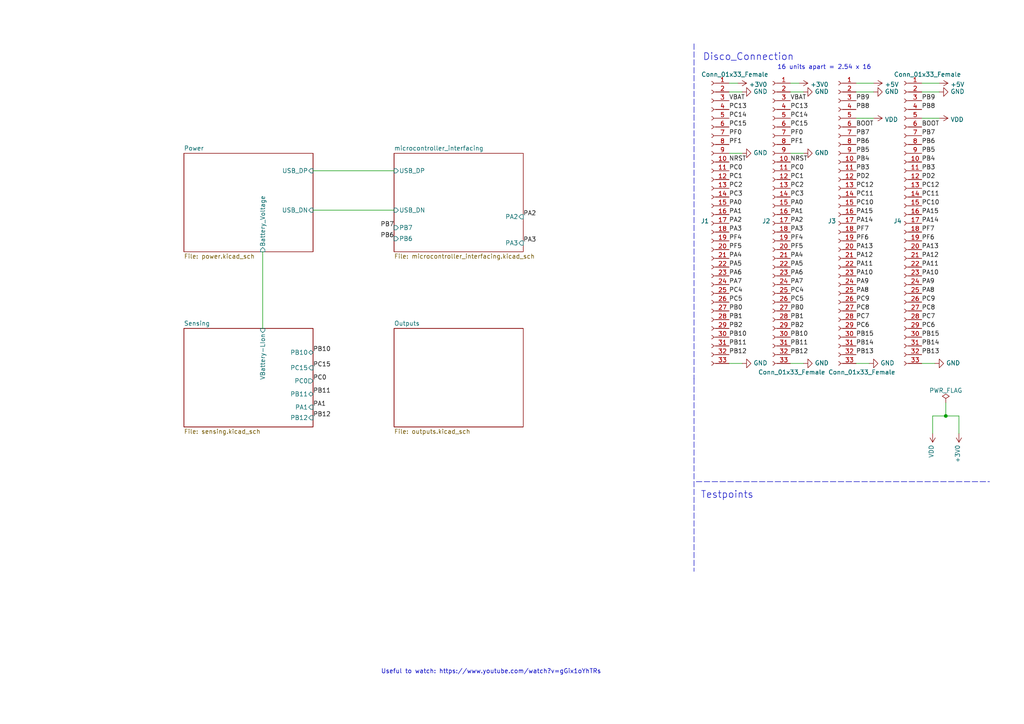
<source format=kicad_sch>
(kicad_sch (version 20211123) (generator eeschema)
  (paper "A4")
  (title_block (title "EEE3088F Template") (date "2022-04-12") (rev "v1.05") (company "University of Cape Town") (comment 3 "@Checked By: ") (comment 4 "@Authors: Ethan Morris; Ethan Meknassi; Moutloatsi Setlogelo"))
  (lib_symbols
    (symbol "Connector:Conn_01x33_Female" (pin_names (offset 1.016) hide)
      (property "Reference" "J" (at 0 43.18 0))
      (property "Value" "Conn_01x33_Female" (at 0 -43.18 0))
      (symbol "Conn_01x33_Female_1_1"
        (arc (start 0 -40.132) (mid -0.508 -40.64) (end 0 -41.148) (stroke (width 0.1524)))
        (arc (start 0 -37.592) (mid -0.508 -38.1) (end 0 -38.608) (stroke (width 0.1524)))
        (arc (start 0 -35.052) (mid -0.508 -35.56) (end 0 -36.068) (stroke (width 0.1524)))
        (arc (start 0 -32.512) (mid -0.508 -33.02) (end 0 -33.528) (stroke (width 0.1524)))
        (arc (start 0 -29.972) (mid -0.508 -30.48) (end 0 -30.988) (stroke (width 0.1524)))
        (arc (start 0 -27.432) (mid -0.508 -27.94) (end 0 -28.448) (stroke (width 0.1524)))
        (arc (start 0 -24.892) (mid -0.508 -25.4) (end 0 -25.908) (stroke (width 0.1524)))
        (arc (start 0 -22.352) (mid -0.508 -22.86) (end 0 -23.368) (stroke (width 0.1524)))
        (arc (start 0 -19.812) (mid -0.508 -20.32) (end 0 -20.828) (stroke (width 0.1524)))
        (arc (start 0 -17.272) (mid -0.508 -17.78) (end 0 -18.288) (stroke (width 0.1524)))
        (arc (start 0 -14.732) (mid -0.508 -15.24) (end 0 -15.748) (stroke (width 0.1524)))
        (arc (start 0 -12.192) (mid -0.508 -12.7) (end 0 -13.208) (stroke (width 0.1524)))
        (arc (start 0 -9.652) (mid -0.508 -10.16) (end 0 -10.668) (stroke (width 0.1524)))
        (arc (start 0 -7.112) (mid -0.508 -7.62) (end 0 -8.128) (stroke (width 0.1524)))
        (arc (start 0 -4.572) (mid -0.508 -5.08) (end 0 -5.588) (stroke (width 0.1524)))
        (arc (start 0 -2.032) (mid -0.508 -2.54) (end 0 -3.048) (stroke (width 0.1524)))
        (polyline (pts (xy -1.27 -40.64) (xy -0.508 -40.64)) (stroke (width 0.1524)))
        (polyline (pts (xy -1.27 -38.1) (xy -0.508 -38.1)) (stroke (width 0.1524)))
        (polyline (pts (xy -1.27 -35.56) (xy -0.508 -35.56)) (stroke (width 0.1524)))
        (polyline (pts (xy -1.27 -33.02) (xy -0.508 -33.02)) (stroke (width 0.1524)))
        (polyline (pts (xy -1.27 -30.48) (xy -0.508 -30.48)) (stroke (width 0.1524)))
        (polyline (pts (xy -1.27 -27.94) (xy -0.508 -27.94)) (stroke (width 0.1524)))
        (polyline (pts (xy -1.27 -25.4) (xy -0.508 -25.4)) (stroke (width 0.1524)))
        (polyline (pts (xy -1.27 -22.86) (xy -0.508 -22.86)) (stroke (width 0.1524)))
        (polyline (pts (xy -1.27 -20.32) (xy -0.508 -20.32)) (stroke (width 0.1524)))
        (polyline (pts (xy -1.27 -17.78) (xy -0.508 -17.78)) (stroke (width 0.1524)))
        (polyline (pts (xy -1.27 -15.24) (xy -0.508 -15.24)) (stroke (width 0.1524)))
        (polyline (pts (xy -1.27 -12.7) (xy -0.508 -12.7)) (stroke (width 0.1524)))
        (polyline (pts (xy -1.27 -10.16) (xy -0.508 -10.16)) (stroke (width 0.1524)))
        (polyline (pts (xy -1.27 -7.62) (xy -0.508 -7.62)) (stroke (width 0.1524)))
        (polyline (pts (xy -1.27 -5.08) (xy -0.508 -5.08)) (stroke (width 0.1524)))
        (polyline (pts (xy -1.27 -2.54) (xy -0.508 -2.54)) (stroke (width 0.1524)))
        (polyline (pts (xy -1.27 0) (xy -0.508 0)) (stroke (width 0.1524)))
        (polyline (pts (xy -1.27 2.54) (xy -0.508 2.54)) (stroke (width 0.1524)))
        (polyline (pts (xy -1.27 5.08) (xy -0.508 5.08)) (stroke (width 0.1524)))
        (polyline (pts (xy -1.27 7.62) (xy -0.508 7.62)) (stroke (width 0.1524)))
        (polyline (pts (xy -1.27 10.16) (xy -0.508 10.16)) (stroke (width 0.1524)))
        (polyline (pts (xy -1.27 12.7) (xy -0.508 12.7)) (stroke (width 0.1524)))
        (polyline (pts (xy -1.27 15.24) (xy -0.508 15.24)) (stroke (width 0.1524)))
        (polyline (pts (xy -1.27 17.78) (xy -0.508 17.78)) (stroke (width 0.1524)))
        (polyline (pts (xy -1.27 20.32) (xy -0.508 20.32)) (stroke (width 0.1524)))
        (polyline (pts (xy -1.27 22.86) (xy -0.508 22.86)) (stroke (width 0.1524)))
        (polyline (pts (xy -1.27 25.4) (xy -0.508 25.4)) (stroke (width 0.1524)))
        (polyline (pts (xy -1.27 27.94) (xy -0.508 27.94)) (stroke (width 0.1524)))
        (polyline (pts (xy -1.27 30.48) (xy -0.508 30.48)) (stroke (width 0.1524)))
        (polyline (pts (xy -1.27 33.02) (xy -0.508 33.02)) (stroke (width 0.1524)))
        (polyline (pts (xy -1.27 35.56) (xy -0.508 35.56)) (stroke (width 0.1524)))
        (polyline (pts (xy -1.27 38.1) (xy -0.508 38.1)) (stroke (width 0.1524)))
        (polyline (pts (xy -1.27 40.64) (xy -0.508 40.64)) (stroke (width 0.1524)))
        (arc (start 0 0.508) (mid -0.508 0) (end 0 -0.508) (stroke (width 0.1524)))
        (arc (start 0 3.048) (mid -0.508 2.54) (end 0 2.032) (stroke (width 0.1524)))
        (arc (start 0 5.588) (mid -0.508 5.08) (end 0 4.572) (stroke (width 0.1524)))
        (arc (start 0 8.128) (mid -0.508 7.62) (end 0 7.112) (stroke (width 0.1524)))
        (arc (start 0 10.668) (mid -0.508 10.16) (end 0 9.652) (stroke (width 0.1524)))
        (arc (start 0 13.208) (mid -0.508 12.7) (end 0 12.192) (stroke (width 0.1524)))
        (arc (start 0 15.748) (mid -0.508 15.24) (end 0 14.732) (stroke (width 0.1524)))
        (arc (start 0 18.288) (mid -0.508 17.78) (end 0 17.272) (stroke (width 0.1524)))
        (arc (start 0 20.828) (mid -0.508 20.32) (end 0 19.812) (stroke (width 0.1524)))
        (arc (start 0 23.368) (mid -0.508 22.86) (end 0 22.352) (stroke (width 0.1524)))
        (arc (start 0 25.908) (mid -0.508 25.4) (end 0 24.892) (stroke (width 0.1524)))
        (arc (start 0 28.448) (mid -0.508 27.94) (end 0 27.432) (stroke (width 0.1524)))
        (arc (start 0 30.988) (mid -0.508 30.48) (end 0 29.972) (stroke (width 0.1524)))
        (arc (start 0 33.528) (mid -0.508 33.02) (end 0 32.512) (stroke (width 0.1524)))
        (arc (start 0 36.068) (mid -0.508 35.56) (end 0 35.052) (stroke (width 0.1524)))
        (arc (start 0 38.608) (mid -0.508 38.1) (end 0 37.592) (stroke (width 0.1524)))
        (arc (start 0 41.148) (mid -0.508 40.64) (end 0 40.132) (stroke (width 0.1524)))
        (pin passive line (at -5.08 40.64 0) (length 3.81) (name "Pin_1") (number "1"))
        (pin passive line (at -5.08 17.78 0) (length 3.81) (name "Pin_10") (number "10"))
        (pin passive line (at -5.08 15.24 0) (length 3.81) (name "Pin_11") (number "11"))
        (pin passive line (at -5.08 12.7 0) (length 3.81) (name "Pin_12") (number "12"))
        (pin passive line (at -5.08 10.16 0) (length 3.81) (name "Pin_13") (number "13"))
        (pin passive line (at -5.08 7.62 0) (length 3.81) (name "Pin_14") (number "14"))
        (pin passive line (at -5.08 5.08 0) (length 3.81) (name "Pin_15") (number "15"))
        (pin passive line (at -5.08 2.54 0) (length 3.81) (name "Pin_16") (number "16"))
        (pin passive line (at -5.08 0 0) (length 3.81) (name "Pin_17") (number "17"))
        (pin passive line (at -5.08 -2.54 0) (length 3.81) (name "Pin_18") (number "18"))
        (pin passive line (at -5.08 -5.08 0) (length 3.81) (name "Pin_19") (number "19"))
        (pin passive line (at -5.08 38.1 0) (length 3.81) (name "Pin_2") (number "2"))
        (pin passive line (at -5.08 -7.62 0) (length 3.81) (name "Pin_20") (number "20"))
        (pin passive line (at -5.08 -10.16 0) (length 3.81) (name "Pin_21") (number "21"))
        (pin passive line (at -5.08 -12.7 0) (length 3.81) (name "Pin_22") (number "22"))
        (pin passive line (at -5.08 -15.24 0) (length 3.81) (name "Pin_23") (number "23"))
        (pin passive line (at -5.08 -17.78 0) (length 3.81) (name "Pin_24") (number "24"))
        (pin passive line (at -5.08 -20.32 0) (length 3.81) (name "Pin_25") (number "25"))
        (pin passive line (at -5.08 -22.86 0) (length 3.81) (name "Pin_26") (number "26"))
        (pin passive line (at -5.08 -25.4 0) (length 3.81) (name "Pin_27") (number "27"))
        (pin passive line (at -5.08 -27.94 0) (length 3.81) (name "Pin_28") (number "28"))
        (pin passive line (at -5.08 -30.48 0) (length 3.81) (name "Pin_29") (number "29"))
        (pin passive line (at -5.08 35.56 0) (length 3.81) (name "Pin_3") (number "3"))
        (pin passive line (at -5.08 -33.02 0) (length 3.81) (name "Pin_30") (number "30"))
        (pin passive line (at -5.08 -35.56 0) (length 3.81) (name "Pin_31") (number "31"))
        (pin passive line (at -5.08 -38.1 0) (length 3.81) (name "Pin_32") (number "32"))
        (pin passive line (at -5.08 -40.64 0) (length 3.81) (name "Pin_33") (number "33"))
        (pin passive line (at -5.08 33.02 0) (length 3.81) (name "Pin_4") (number "4"))
        (pin passive line (at -5.08 30.48 0) (length 3.81) (name "Pin_5") (number "5"))
        (pin passive line (at -5.08 27.94 0) (length 3.81) (name "Pin_6") (number "6"))
        (pin passive line (at -5.08 25.4 0) (length 3.81) (name "Pin_7") (number "7"))
        (pin passive line (at -5.08 22.86 0) (length 3.81) (name "Pin_8") (number "8"))
        (pin passive line (at -5.08 20.32 0) (length 3.81) (name "Pin_9") (number "9"))
      )
    )
    (symbol "power:+3V0" (power) (pin_names (offset 0))
      (property "Value" "+3V0" (at 0 3.556 0))
      (symbol "+3V0_0_1"
        (polyline (pts (xy -0.762 1.27) (xy 0 2.54)))
        (polyline (pts (xy 0 0) (xy 0 2.54)))
        (polyline (pts (xy 0 2.54) (xy 0.762 1.27)))
      )
      (symbol "+3V0_1_1"
        (pin power_in line (at 0 0 90) (length 0) hide (name "+3V0") (number "1"))
      )
    )
    (symbol "power:+5V" (power) (pin_names (offset 0))
      (property "Value" "+5V" (at 0 3.556 0))
      (symbol "+5V_0_1"
        (polyline (pts (xy -0.762 1.27) (xy 0 2.54)))
        (polyline (pts (xy 0 0) (xy 0 2.54)))
        (polyline (pts (xy 0 2.54) (xy 0.762 1.27)))
      )
      (symbol "+5V_1_1"
        (pin power_in line (at 0 0 90) (length 0) hide (name "+5V") (number "1"))
      )
    )
    (symbol "power:GND" (power) (pin_names (offset 0))
      (property "Value" "GND" (at 0 -3.81 0))
      (symbol "GND_0_1"
        (polyline (pts (xy 0 0) (xy 0 -1.27) (xy 1.27 -1.27) (xy 0 -2.54) (xy -1.27 -1.27) (xy 0 -1.27)))
      )
      (symbol "GND_1_1"
        (pin power_in line (at 0 0 270) (length 0) hide (name "GND") (number "1"))
      )
    )
    (symbol "power:PWR_FLAG" (power) (pin_numbers hide) (pin_names (offset 0) hide)
      (property "Value" "PWR_FLAG" (at 0 3.81 0))
      (symbol "PWR_FLAG_0_0"
        (pin power_out line (at 0 0 90) (length 0) (name "pwr") (number "1"))
      )
      (symbol "PWR_FLAG_0_1"
        (polyline (pts (xy 0 0) (xy 0 1.27) (xy -1.016 1.905) (xy 0 2.54) (xy 1.016 1.905) (xy 0 1.27)))
      )
    )
    (symbol "power:VDD" (power) (pin_names (offset 0))
      (property "Value" "VDD" (at 0 3.81 0))
      (symbol "VDD_0_1"
        (polyline (pts (xy -0.762 1.27) (xy 0 2.54)))
        (polyline (pts (xy 0 0) (xy 0 2.54)))
        (polyline (pts (xy 0 2.54) (xy 0.762 1.27)))
      )
      (symbol "VDD_1_1"
        (pin power_in line (at 0 0 90) (length 0) hide (name "VDD") (number "1"))
      )
    )
  )
  (junction (at 274.32 120.65))
  (wire (pts (xy 270.51 125.73) (xy 270.51 120.65)))
  (wire (pts (xy 211.455 44.45) (xy 215.265 44.45)))
  (wire (pts (xy 270.51 120.65) (xy 274.32 120.65)))
  (wire (pts (xy 274.32 116.84) (xy 274.32 120.65)))
  (polyline (pts (xy 201.295 12.7) (xy 201.295 109.855)))
  (wire (pts (xy 278.13 125.73) (xy 278.13 120.65)))
  (wire (pts (xy 248.285 26.67) (xy 253.365 26.67)))
  (wire (pts (xy 229.235 24.13) (xy 231.775 24.13)))
  (polyline (pts (xy 201.295 109.855) (xy 201.295 165.735)))
  (wire (pts (xy 278.13 120.65) (xy 274.32 120.65)))
  (wire (pts (xy 248.285 34.29) (xy 253.365 34.29)))
  (wire (pts (xy 90.805 49.53) (xy 114.3 49.53)))
  (wire (pts (xy 253.365 24.13) (xy 248.285 24.13)))
  (wire (pts (xy 211.455 24.13) (xy 213.995 24.13)))
  (wire (pts (xy 233.045 105.41) (xy 229.235 105.41)))
  (wire (pts (xy 229.235 26.67) (xy 233.045 26.67)))
  (wire (pts (xy 229.235 44.45) (xy 233.045 44.45)))
  (wire (pts (xy 76.2 73.025) (xy 76.2 95.25)))
  (wire (pts (xy 272.415 24.13) (xy 267.335 24.13)))
  (polyline (pts (xy 201.93 139.7) (xy 287.02 139.7)))
  (wire (pts (xy 211.455 26.67) (xy 215.265 26.67)))
  (wire (pts (xy 90.805 60.96) (xy 114.3 60.96)))
  (wire (pts (xy 248.285 105.41) (xy 252.095 105.41)))
  (wire (pts (xy 267.335 105.41) (xy 271.145 105.41)))
  (wire (pts (xy 267.335 26.67) (xy 272.415 26.67)))
  (wire (pts (xy 215.265 105.41) (xy 211.455 105.41)))
  (wire (pts (xy 267.335 34.29) (xy 272.415 34.29)))
  (text "Useful to watch: https://www.youtube.com/watch?v=gGix1oYhTRs" (at 110.49 195.58 0) (effects (font (size 1.27 1.27)) (justify left bottom)))
  (text "16 units apart = 2.54 x 16" (at 225.425 20.32 0) (effects (font (size 1.27 1.27)) (justify left bottom)))
  (text "Disco_Connection" (at 203.835 17.78 0) (effects (font (size 2.0066 2.0066)) (justify left bottom)))
  (text "Testpoints" (at 203.2 144.78 0) (effects (font (size 2.0066 2.0066)) (justify left bottom)))
  (label "PC14" (at 211.455 34.29 0))
  (label "PC11" (at 248.285 57.15 0))
  (label "PB2" (at 211.455 95.25 0))
  (label "PA3" (at 151.765 70.485 0))
  (label "PB6" (at 248.285 41.91 0))
  (label "PB6" (at 114.3 69.215 180))
  (label "PB14" (at 267.335 100.33 0))
  (label "PA15" (at 267.335 62.23 0))
  (label "PB14" (at 248.285 100.33 0))
  (label "PA11" (at 267.335 77.47 0))
  (label "PC7" (at 248.285 92.71 0))
  (label "PB6" (at 267.335 41.91 0))
  (label "PA8" (at 267.335 85.09 0))
  (label "PC9" (at 248.285 87.63 0))
  (label "PB15" (at 267.335 97.79 0))
  (label "PC11" (at 267.335 57.15 0))
  (label "PC1" (at 211.455 52.07 0))
  (label "PA1" (at 229.235 62.23 0))
  (label "PF7" (at 267.335 67.31 0))
  (label "PC0" (at 229.235 49.53 0))
  (label "PB11" (at 90.805 114.3 0))
  (label "PF7" (at 248.285 67.31 0))
  (label "PA12" (at 267.335 74.93 0))
  (label "PC15" (at 211.455 36.83 0))
  (label "PC1" (at 229.235 52.07 0))
  (label "PC13" (at 229.235 31.75 0))
  (label "VBAT" (at 229.235 29.21 0))
  (label "PC6" (at 267.335 95.25 0))
  (label "PA4" (at 211.455 74.93 0))
  (label "BOOT" (at 248.285 36.83 0))
  (label "PB5" (at 248.285 44.45 0))
  (label "PC8" (at 267.335 90.17 0))
  (label "PB7" (at 267.335 39.37 0))
  (label "PA13" (at 267.335 72.39 0))
  (label "PD2" (at 248.285 52.07 0))
  (label "PA2" (at 151.765 62.865 0))
  (label "PC12" (at 248.285 54.61 0))
  (label "PC0" (at 90.805 110.49 0))
  (label "PC10" (at 248.285 59.69 0))
  (label "PB1" (at 211.455 92.71 0))
  (label "PB9" (at 267.335 29.21 0))
  (label "PA2" (at 229.235 64.77 0))
  (label "PA10" (at 267.335 80.01 0))
  (label "PB5" (at 267.335 44.45 0))
  (label "PF5" (at 211.455 72.39 0))
  (label "PB13" (at 248.285 102.87 0))
  (label "PC4" (at 229.235 85.09 0))
  (label "PC15" (at 229.235 36.83 0))
  (label "PA1" (at 90.805 118.11 0))
  (label "PB1" (at 229.235 92.71 0))
  (label "PA5" (at 229.235 77.47 0))
  (label "PC0" (at 211.455 49.53 0))
  (label "PB7" (at 248.285 39.37 0))
  (label "PB0" (at 229.235 90.17 0))
  (label "PA5" (at 211.455 77.47 0))
  (label "PC8" (at 248.285 90.17 0))
  (label "PA3" (at 229.235 67.31 0))
  (label "PA10" (at 248.285 80.01 0))
  (label "PB12" (at 211.455 102.87 0))
  (label "PB10" (at 211.455 97.79 0))
  (label "PB3" (at 267.335 49.53 0))
  (label "PA14" (at 248.285 64.77 0))
  (label "VBAT" (at 211.455 29.21 0))
  (label "PB7" (at 114.3 66.04 180))
  (label "PC6" (at 248.285 95.25 0))
  (label "PA7" (at 229.235 82.55 0))
  (label "PA3" (at 211.455 67.31 0))
  (label "PB11" (at 211.455 100.33 0))
  (label "PC4" (at 211.455 85.09 0))
  (label "PC14" (at 229.235 34.29 0))
  (label "PC2" (at 229.235 54.61 0))
  (label "PF4" (at 229.235 69.85 0))
  (label "PB2" (at 229.235 95.25 0))
  (label "PF0" (at 211.455 39.37 0))
  (label "PA2" (at 211.455 64.77 0))
  (label "PA12" (at 248.285 74.93 0))
  (label "PC5" (at 229.235 87.63 0))
  (label "PA6" (at 229.235 80.01 0))
  (label "PC13" (at 211.455 31.75 0))
  (label "PB13" (at 267.335 102.87 0))
  (label "NRST" (at 229.235 46.99 0))
  (label "PB4" (at 267.335 46.99 0))
  (label "PA6" (at 211.455 80.01 0))
  (label "PF1" (at 229.235 41.91 0))
  (label "BOOT" (at 267.335 36.83 0))
  (label "PB12" (at 90.805 121.158 0))
  (label "PA4" (at 229.235 74.93 0))
  (label "PB15" (at 248.285 97.79 0))
  (label "PB4" (at 248.285 46.99 0))
  (label "PF0" (at 229.235 39.37 0))
  (label "PB8" (at 267.335 31.75 0))
  (label "PC5" (at 211.455 87.63 0))
  (label "PA0" (at 211.455 59.69 0))
  (label "PB11" (at 229.235 100.33 0))
  (label "PC12" (at 267.335 54.61 0))
  (label "PC7" (at 267.335 92.71 0))
  (label "PF5" (at 229.235 72.39 0))
  (label "PC15" (at 90.805 106.68 0))
  (label "PB10" (at 90.805 102.235 0))
  (label "PA0" (at 229.235 59.69 0))
  (label "PC3" (at 211.455 57.15 0))
  (label "PA14" (at 267.335 64.77 0))
  (label "PF6" (at 267.335 69.85 0))
  (label "PF6" (at 248.285 69.85 0))
  (label "PA11" (at 248.285 77.47 0))
  (label "PF1" (at 211.455 41.91 0))
  (label "PA15" (at 248.285 62.23 0))
  (label "PD2" (at 267.335 52.07 0))
  (label "PB8" (at 248.285 31.75 0))
  (label "PB10" (at 229.235 97.79 0))
  (label "PA7" (at 211.455 82.55 0))
  (label "PA9" (at 248.285 82.55 0))
  (label "PB9" (at 248.285 29.21 0))
  (label "PA9" (at 267.335 82.55 0))
  (label "PB12" (at 229.235 102.87 0))
  (label "PC10" (at 267.335 59.69 0))
  (label "PA1" (at 211.455 62.23 0))
  (label "PA13" (at 248.285 72.39 0))
  (label "PC2" (at 211.455 54.61 0))
  (label "PB3" (at 248.285 49.53 0))
  (label "PA8" (at 248.285 85.09 0))
  (label "PF4" (at 211.455 69.85 0))
  (label "PB0" (at 211.455 90.17 0))
  (label "NRST" (at 211.455 46.99 0))
  (label "PC3" (at 229.235 57.15 0))
  (label "PC9" (at 267.335 87.63 0))
  (symbol (lib_id "power:GND") (at 233.045 105.41 90) (unit 1)
    (property "Reference" "#PWR08" (effects hide))
    (property "Value" "GND" (at 236.2962 105.283 90) (effects (justify right)))
  )
  (symbol (lib_id "power:GND") (at 233.045 44.45 90) (unit 1)
    (property "Reference" "#PWR07" (effects hide))
    (property "Value" "GND" (at 236.2962 44.323 90) (effects (justify right)))
  )
  (symbol (lib_id "power:+3V0") (at 278.13 125.73 180) (unit 1)
    (property "Reference" "#PWR018" (effects hide))
    (property "Value" "+3V0" (at 277.749 128.9812 90) (effects (justify left)))
  )
  (symbol (lib_id "power:GND") (at 233.045 26.67 90) (unit 1)
    (property "Reference" "#PWR06" (effects hide))
    (property "Value" "GND" (at 236.2962 26.543 90) (effects (justify right)))
  )
  (symbol (lib_id "power:GND") (at 252.095 105.41 90) (unit 1)
    (property "Reference" "#PWR09" (effects hide))
    (property "Value" "GND" (at 255.3462 105.283 90) (effects (justify right)))
  )
  (symbol (lib_id "Connector:Conn_01x33_Female") (at 262.255 64.77 0) (mirror y) (unit 1)
    (property "Reference" "J4" (at 261.5438 64.1096 0) (effects (justify left)))
    (property "Value" "Conn_01x33_Female" (at 278.765 21.59 0) (effects (justify left)))
    (property "Footprint" "Connector_PinHeader_2.54mm:PinHeader_1x33_P2.54mm_Vertical" (effects hide))
    (property "Populate" "DNP" (effects hide))
    (property "Price" "0" (effects hide))
  )
  (symbol (lib_id "power:GND") (at 215.265 105.41 90) (unit 1)
    (property "Reference" "#PWR04" (effects hide))
    (property "Value" "GND" (at 218.5162 105.283 90) (effects (justify right)))
  )
  (symbol (lib_id "power:GND") (at 215.265 44.45 90) (unit 1)
    (property "Reference" "#PWR03" (effects hide))
    (property "Value" "GND" (at 218.5162 44.323 90) (effects (justify right)))
  )
  (symbol (lib_id "power:GND") (at 253.365 26.67 90) (unit 1)
    (property "Reference" "#PWR011" (effects hide))
    (property "Value" "GND" (at 256.6162 26.543 90) (effects (justify right)))
  )
  (symbol (lib_id "power:+5V") (at 253.365 24.13 270) (unit 1)
    (property "Reference" "#PWR010" (effects hide))
    (property "Value" "+5V" (at 256.6162 24.511 90) (effects (justify left)))
  )
  (symbol (lib_id "power:GND") (at 272.415 26.67 90) (unit 1)
    (property "Reference" "#PWR016" (effects hide))
    (property "Value" "GND" (at 275.6662 26.543 90) (effects (justify right)))
  )
  (symbol (lib_id "power:VDD") (at 270.51 125.73 180) (unit 1)
    (property "Reference" "#PWR013" (effects hide))
    (property "Value" "VDD" (at 270.129 128.9812 90) (effects (justify left)))
  )
  (symbol (lib_id "power:GND") (at 271.145 105.41 90) (unit 1)
    (property "Reference" "#PWR014" (effects hide))
    (property "Value" "GND" (at 274.3962 105.283 90) (effects (justify right)))
  )
  (symbol (lib_id "power:GND") (at 215.265 26.67 90) (unit 1)
    (property "Reference" "#PWR02" (effects hide))
    (property "Value" "GND" (at 218.5162 26.543 90) (effects (justify right)))
  )
  (symbol (lib_id "Connector:Conn_01x33_Female") (at 224.155 64.77 0) (mirror y) (unit 1)
    (property "Reference" "J2" (at 223.4438 64.1096 0) (effects (justify left)))
    (property "Value" "Conn_01x33_Female" (at 239.395 107.95 0) (effects (justify left)))
    (property "Footprint" "Connector_PinSocket_2.54mm:PinSocket_1x33_P2.54mm_Vertical" (effects hide))
    (property "Populate" "DNP" (effects hide))
    (property "Price" "0" (effects hide))
  )
  (symbol (lib_id "power:PWR_FLAG") (at 274.32 116.84 0) (unit 1)
    (property "Reference" "#FLG01" (effects hide))
    (property "Value" "PWR_FLAG" (at 274.32 113.2642 0))
  )
  (symbol (lib_id "Connector:Conn_01x33_Female") (at 206.375 64.77 0) (mirror y) (unit 1)
    (property "Reference" "J1" (at 205.6638 64.1096 0) (effects (justify left)))
    (property "Value" "Conn_01x33_Female" (at 222.885 21.59 0) (effects (justify left)))
    (property "Footprint" "Connector_PinHeader_2.54mm:PinHeader_1x33_P2.54mm_Vertical" (effects hide))
    (property "Populate" "DNP" (effects hide))
    (property "Price" "0" (effects hide))
  )
  (symbol (lib_id "power:VDD") (at 253.365 34.29 270) (unit 1)
    (property "Reference" "#PWR012" (effects hide))
    (property "Value" "VDD" (at 256.6162 34.671 90) (effects (justify left)))
  )
  (symbol (lib_id "power:+5V") (at 272.415 24.13 270) (unit 1)
    (property "Reference" "#PWR015" (effects hide))
    (property "Value" "+5V" (at 275.6662 24.511 90) (effects (justify left)))
  )
  (symbol (lib_id "power:+3V0") (at 231.775 24.13 270) (unit 1)
    (property "Reference" "#PWR05" (effects hide))
    (property "Value" "+3V0" (at 235.0262 24.511 90) (effects (justify left)))
  )
  (symbol (lib_id "Connector:Conn_01x33_Female") (at 243.205 64.77 0) (mirror y) (unit 1)
    (property "Reference" "J3" (at 242.4938 64.1096 0) (effects (justify left)))
    (property "Value" "Conn_01x33_Female" (at 259.715 107.95 0) (effects (justify left)))
    (property "Footprint" "Connector_PinSocket_2.54mm:PinSocket_1x33_P2.54mm_Vertical" (effects hide))
    (property "Populate" "DNP" (effects hide))
    (property "Price" "0" (effects hide))
  )
  (symbol (lib_id "power:VDD") (at 272.415 34.29 270) (unit 1)
    (property "Reference" "#PWR017" (effects hide))
    (property "Value" "VDD" (at 275.6662 34.671 90) (effects (justify left)))
  )
  (symbol (lib_id "power:+3V0") (at 213.995 24.13 270) (unit 1)
    (property "Reference" "#PWR01" (effects hide))
    (property "Value" "+3V0" (at 217.2462 24.511 90) (effects (justify left)))
  )
  (sheet (at 114.3 44.45) (size 37.465 28.575) (stroke (width 0.1524))
    (property "Sheet name" "microcontroller_interfacing" (at 114.3 43.7384 0) (effects (justify left bottom)))
    (property "Sheet file" "microcontroller_interfacing.kicad_sch" (at 114.3 73.6096 0) (effects (justify left top)))
    (pin "USB_DP" input (at 114.3 49.53 180))
    (pin "USB_DN" input (at 114.3 60.96 180))
    (pin "PA2" input (at 151.765 62.865 0))
    (pin "PA3" input (at 151.765 70.485 0))
    (pin "PB7" input (at 114.3 66.04 180))
    (pin "PB6" input (at 114.3 69.215 180))
  )
  (sheet (at 114.3 95.25) (size 37.465 28.575) (stroke (width 0.1524))
    (property "Sheet name" "Outputs" (at 114.3 94.5384 0) (effects (justify left bottom)))
    (property "Sheet file" "outputs.kicad_sch" (at 114.3 124.4096 0) (effects (justify left top)))
  )
  (sheet (at 53.34 95.25) (size 37.465 28.575) (stroke (width 0.1524))
    (property "Sheet name" "Sensing" (at 53.34 94.5384 0) (effects (justify left bottom)))
    (property "Sheet file" "sensing.kicad_sch" (at 53.34 124.4096 0) (effects (justify left top)))
    (pin "PC15" input (at 90.805 106.68 0))
    (pin "PC0" output (at 90.805 110.49 0))
    (pin "VBattery-LIon" input (at 76.2 95.25 90))
    (pin "PB10" bidirectional (at 90.805 102.235 0))
    (pin "PB11" bidirectional (at 90.805 114.3 0))
    (pin "PB12" input (at 90.805 121.158 0))
    (pin "PA1" input (at 90.805 118.11 0))
  )
  (sheet (at 53.34 44.45) (size 37.465 28.575) (stroke (width 0.1524))
    (property "Sheet name" "Power" (at 53.34 43.7384 0) (effects (justify left bottom)))
    (property "Sheet file" "power.kicad_sch" (at 53.34 73.6096 0) (effects (justify left top)))
    (pin "USB_DP" input (at 90.805 49.53 0))
    (pin "USB_DN" input (at 90.805 60.96 0))
    (pin "Battery_Voltage" input (at 76.2 73.025 270))
  )
)
</source>
